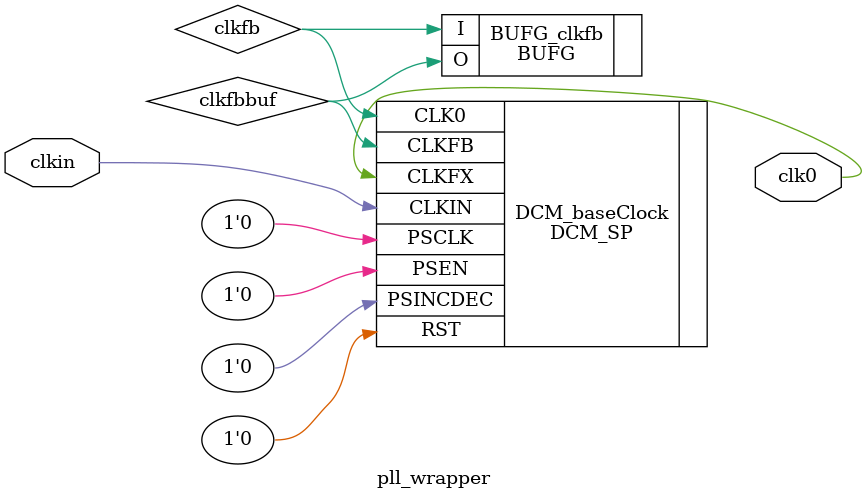
<source format=v>

`timescale 1ns/100ps

module pll_wrapper (clkin, clk0);
input clkin; // clock input
output clk0; // double clock rate output

parameter TRUE = 1'b1;
parameter FALSE = 1'b0;

wire clkin;
wire clk0;

wire clkfb; 
wire clkfbbuf; 

DCM_SP #(
  .CLKDV_DIVIDE(2.0),
  .CLKFX_DIVIDE(8),
  .CLKFX_MULTIPLY(25),
  .CLKIN_DIVIDE_BY_2("FALSE"),
  .CLKIN_PERIOD(31.250),
  .CLKOUT_PHASE_SHIFT("NONE"),
  .CLK_FEEDBACK("1X"),
  .DESKEW_ADJUST("SYSTEM_SYNCHRONOUS"),
  .DLL_FREQUENCY_MODE("LOW"),
  .DFS_FREQUENCY_MODE("LOW"),
  .DUTY_CYCLE_CORRECTION("TRUE"),
  .PHASE_SHIFT(0),
  .STARTUP_WAIT("FALSE")
  ) DCM_baseClock (
  .CLK0(clkfb),
  .CLKFX(clk0),
  .CLKFB(clkfbbuf),
  .CLKIN(clkin),
  .PSCLK(1'b0),
  .PSEN(1'b0),
  .PSINCDEC(1'b0),
  .RST(1'b0)
);

  BUFG BUFG_clkfb(.I(clkfb), .O(clkfbbuf));
  
endmodule
</source>
